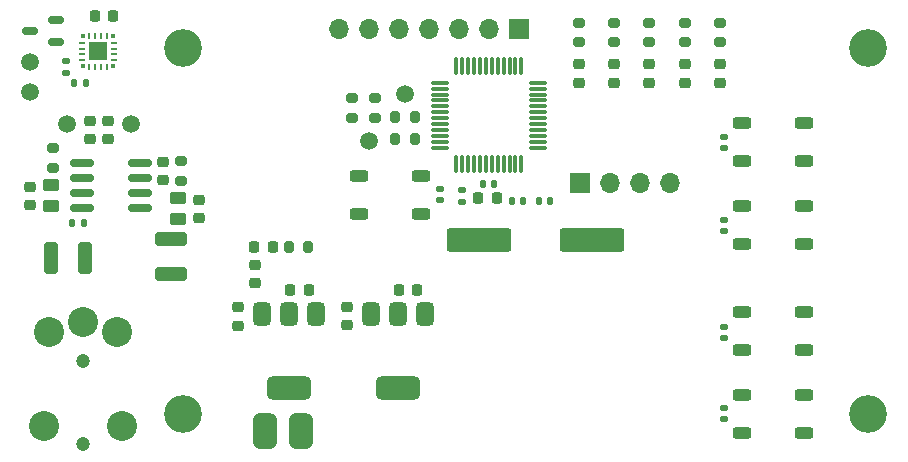
<source format=gts>
G04 #@! TF.GenerationSoftware,KiCad,Pcbnew,9.0.0*
G04 #@! TF.CreationDate,2025-08-07T23:08:42-07:00*
G04 #@! TF.ProjectId,pocket_radio_v3,706f636b-6574-45f7-9261-64696f5f7633,rev?*
G04 #@! TF.SameCoordinates,Original*
G04 #@! TF.FileFunction,Soldermask,Top*
G04 #@! TF.FilePolarity,Negative*
%FSLAX46Y46*%
G04 Gerber Fmt 4.6, Leading zero omitted, Abs format (unit mm)*
G04 Created by KiCad (PCBNEW 9.0.0) date 2025-08-07 23:08:42*
%MOMM*%
%LPD*%
G01*
G04 APERTURE LIST*
G04 Aperture macros list*
%AMRoundRect*
0 Rectangle with rounded corners*
0 $1 Rounding radius*
0 $2 $3 $4 $5 $6 $7 $8 $9 X,Y pos of 4 corners*
0 Add a 4 corners polygon primitive as box body*
4,1,4,$2,$3,$4,$5,$6,$7,$8,$9,$2,$3,0*
0 Add four circle primitives for the rounded corners*
1,1,$1+$1,$2,$3*
1,1,$1+$1,$4,$5*
1,1,$1+$1,$6,$7*
1,1,$1+$1,$8,$9*
0 Add four rect primitives between the rounded corners*
20,1,$1+$1,$2,$3,$4,$5,0*
20,1,$1+$1,$4,$5,$6,$7,0*
20,1,$1+$1,$6,$7,$8,$9,0*
20,1,$1+$1,$8,$9,$2,$3,0*%
G04 Aperture macros list end*
%ADD10RoundRect,0.200000X-0.200000X-0.275000X0.200000X-0.275000X0.200000X0.275000X-0.200000X0.275000X0*%
%ADD11RoundRect,0.200000X0.275000X-0.200000X0.275000X0.200000X-0.275000X0.200000X-0.275000X-0.200000X0*%
%ADD12RoundRect,0.140000X-0.170000X0.140000X-0.170000X-0.140000X0.170000X-0.140000X0.170000X0.140000X0*%
%ADD13R,1.700000X1.700000*%
%ADD14O,1.700000X1.700000*%
%ADD15RoundRect,0.150000X0.825000X0.150000X-0.825000X0.150000X-0.825000X-0.150000X0.825000X-0.150000X0*%
%ADD16RoundRect,0.250000X0.325000X1.100000X-0.325000X1.100000X-0.325000X-1.100000X0.325000X-1.100000X0*%
%ADD17RoundRect,0.150000X0.512500X0.150000X-0.512500X0.150000X-0.512500X-0.150000X0.512500X-0.150000X0*%
%ADD18RoundRect,0.200000X-0.275000X0.200000X-0.275000X-0.200000X0.275000X-0.200000X0.275000X0.200000X0*%
%ADD19C,3.200000*%
%ADD20RoundRect,0.500000X-0.500000X-1.000000X0.500000X-1.000000X0.500000X1.000000X-0.500000X1.000000X0*%
%ADD21RoundRect,0.300000X2.450000X0.700000X-2.450000X0.700000X-2.450000X-0.700000X2.450000X-0.700000X0*%
%ADD22RoundRect,0.140000X-0.140000X-0.170000X0.140000X-0.170000X0.140000X0.170000X-0.140000X0.170000X0*%
%ADD23RoundRect,0.250000X-0.525000X-0.250000X0.525000X-0.250000X0.525000X0.250000X-0.525000X0.250000X0*%
%ADD24RoundRect,0.218750X-0.256250X0.218750X-0.256250X-0.218750X0.256250X-0.218750X0.256250X0.218750X0*%
%ADD25RoundRect,0.250000X0.450000X-0.262500X0.450000X0.262500X-0.450000X0.262500X-0.450000X-0.262500X0*%
%ADD26RoundRect,0.250000X0.525000X0.250000X-0.525000X0.250000X-0.525000X-0.250000X0.525000X-0.250000X0*%
%ADD27R,0.340000X0.340000*%
%ADD28R,0.280000X0.610000*%
%ADD29R,0.610000X0.280000*%
%ADD30R,1.600000X1.600000*%
%ADD31RoundRect,0.250000X1.100000X-0.325000X1.100000X0.325000X-1.100000X0.325000X-1.100000X-0.325000X0*%
%ADD32RoundRect,0.218750X0.256250X-0.218750X0.256250X0.218750X-0.256250X0.218750X-0.256250X-0.218750X0*%
%ADD33RoundRect,0.225000X-0.250000X0.225000X-0.250000X-0.225000X0.250000X-0.225000X0.250000X0.225000X0*%
%ADD34RoundRect,0.375000X-0.375000X0.625000X-0.375000X-0.625000X0.375000X-0.625000X0.375000X0.625000X0*%
%ADD35RoundRect,0.500000X-1.400000X0.500000X-1.400000X-0.500000X1.400000X-0.500000X1.400000X0.500000X0*%
%ADD36RoundRect,0.225000X-0.225000X-0.250000X0.225000X-0.250000X0.225000X0.250000X-0.225000X0.250000X0*%
%ADD37RoundRect,0.225000X0.250000X-0.225000X0.250000X0.225000X-0.250000X0.225000X-0.250000X-0.225000X0*%
%ADD38RoundRect,0.218750X-0.218750X-0.256250X0.218750X-0.256250X0.218750X0.256250X-0.218750X0.256250X0*%
%ADD39C,1.500000*%
%ADD40C,1.200000*%
%ADD41C,2.540000*%
%ADD42RoundRect,0.140000X0.140000X0.170000X-0.140000X0.170000X-0.140000X-0.170000X0.140000X-0.170000X0*%
%ADD43RoundRect,0.200000X0.200000X0.275000X-0.200000X0.275000X-0.200000X-0.275000X0.200000X-0.275000X0*%
%ADD44RoundRect,0.075000X0.075000X-0.662500X0.075000X0.662500X-0.075000X0.662500X-0.075000X-0.662500X0*%
%ADD45RoundRect,0.075000X0.662500X-0.075000X0.662500X0.075000X-0.662500X0.075000X-0.662500X-0.075000X0*%
G04 APERTURE END LIST*
D10*
X135000000Y-84693095D03*
X136650000Y-84693095D03*
D11*
X106020000Y-87118095D03*
X106020000Y-85468095D03*
D12*
X162800000Y-107438095D03*
X162800000Y-108398095D03*
D13*
X145500000Y-75368095D03*
D14*
X142960000Y-75368095D03*
X140420000Y-75368095D03*
X137880000Y-75368095D03*
X135340000Y-75368095D03*
X132800000Y-75368095D03*
X130260000Y-75368095D03*
D15*
X113400000Y-90508095D03*
X113400000Y-89238095D03*
X113400000Y-87968095D03*
X113400000Y-86698095D03*
X108450000Y-86698095D03*
X108450000Y-87968095D03*
X108450000Y-89238095D03*
X108450000Y-90508095D03*
D16*
X108750000Y-94718095D03*
X105800000Y-94718095D03*
D12*
X162800000Y-100563095D03*
X162800000Y-101523095D03*
D17*
X106300000Y-76468095D03*
X106300000Y-74568095D03*
X104025000Y-75518095D03*
D18*
X159500000Y-74818095D03*
X159500000Y-76468095D03*
D19*
X117000000Y-76968095D03*
D20*
X123975000Y-109393095D03*
X126975000Y-109393095D03*
D21*
X151600000Y-93218095D03*
X142100000Y-93218095D03*
D22*
X147120000Y-89968095D03*
X148080000Y-89968095D03*
D11*
X116850000Y-88218095D03*
X116850000Y-86568095D03*
D23*
X164375000Y-106368095D03*
X169625000Y-106368095D03*
X164375000Y-109568095D03*
X169625000Y-109568095D03*
D13*
X150660000Y-88418095D03*
D14*
X153200000Y-88418095D03*
X155740000Y-88418095D03*
X158280000Y-88418095D03*
D24*
X162500000Y-78355595D03*
X162500000Y-79930595D03*
D25*
X116625000Y-91480595D03*
X116625000Y-89655595D03*
D26*
X137194811Y-91007826D03*
X131944811Y-91007826D03*
X137194811Y-87807826D03*
X131944811Y-87807826D03*
D11*
X131300000Y-82868095D03*
X131300000Y-81218095D03*
D25*
X105795000Y-90380595D03*
X105795000Y-88555595D03*
D27*
X111080000Y-75998095D03*
D28*
X110560000Y-75918095D03*
X110060000Y-75918095D03*
X109560000Y-75918095D03*
X109060000Y-75918095D03*
D27*
X108540000Y-75998095D03*
D29*
X108460000Y-76518095D03*
X108460000Y-77018095D03*
X108460000Y-77518095D03*
X108460000Y-78018095D03*
D27*
X108540000Y-78538095D03*
D28*
X109060000Y-78618095D03*
X109560000Y-78618095D03*
X110060000Y-78618095D03*
X110560000Y-78618095D03*
D27*
X111080000Y-78538095D03*
D29*
X111160000Y-78018095D03*
X111160000Y-77518095D03*
X111160000Y-77018095D03*
X111160000Y-76518095D03*
D30*
X109810000Y-77268095D03*
D18*
X156500000Y-74818095D03*
X156500000Y-76468095D03*
D24*
X159500000Y-78355595D03*
X159500000Y-79930595D03*
D31*
X116000000Y-96068095D03*
X116000000Y-93118095D03*
D18*
X162500000Y-74818095D03*
X162500000Y-76468095D03*
D24*
X153500000Y-78355595D03*
X153500000Y-79930595D03*
D12*
X140675000Y-89018095D03*
X140675000Y-89978095D03*
D32*
X123075000Y-96893095D03*
X123075000Y-95318095D03*
D33*
X130861633Y-98908240D03*
X130861633Y-100458240D03*
D34*
X137511633Y-99458240D03*
X135211633Y-99458240D03*
D35*
X135211633Y-105758240D03*
D34*
X132911633Y-99458240D03*
D36*
X142025000Y-89693095D03*
X143575000Y-89693095D03*
D37*
X110644782Y-84669224D03*
X110644782Y-83119224D03*
X104095000Y-90255595D03*
X104095000Y-88705595D03*
D12*
X162800000Y-91508095D03*
X162800000Y-92468095D03*
D23*
X164375000Y-99368095D03*
X169625000Y-99368095D03*
X164375000Y-102568095D03*
X169625000Y-102568095D03*
D33*
X121650000Y-98943095D03*
X121650000Y-100493095D03*
D38*
X109525000Y-74268095D03*
X111100000Y-74268095D03*
D18*
X150500000Y-74818095D03*
X150500000Y-76468095D03*
D37*
X118350000Y-91393095D03*
X118350000Y-89843095D03*
D12*
X138744811Y-88902826D03*
X138744811Y-89862826D03*
D23*
X164375000Y-83343095D03*
X169625000Y-83343095D03*
X164375000Y-86543095D03*
X169625000Y-86543095D03*
D22*
X142420000Y-88493095D03*
X143380000Y-88493095D03*
D12*
X162800000Y-84493095D03*
X162800000Y-85453095D03*
D19*
X175000000Y-76968095D03*
D39*
X132750000Y-84818095D03*
D24*
X150500000Y-78355595D03*
X150500000Y-79930595D03*
D23*
X164375000Y-90368095D03*
X169625000Y-90368095D03*
X164375000Y-93568095D03*
X169625000Y-93568095D03*
D19*
X117000000Y-107968095D03*
D24*
X156500000Y-78355595D03*
X156500000Y-79930595D03*
D40*
X108550000Y-110493095D03*
X108550000Y-103493095D03*
D41*
X108550000Y-100193095D03*
X105700000Y-100993095D03*
X111400000Y-100993095D03*
X105250000Y-108993095D03*
X111850000Y-108993095D03*
D11*
X133250000Y-82868095D03*
X133250000Y-81218095D03*
D19*
X175000000Y-107968095D03*
D42*
X145805000Y-89968095D03*
X144845000Y-89968095D03*
D39*
X107175000Y-83443095D03*
D36*
X135311633Y-97458240D03*
X136861633Y-97458240D03*
X126100000Y-97468095D03*
X127650000Y-97468095D03*
D39*
X112650000Y-83368095D03*
D12*
X107130000Y-78108095D03*
X107130000Y-79068095D03*
D39*
X135850000Y-80843095D03*
D22*
X107650000Y-91793095D03*
X108610000Y-91793095D03*
D34*
X128275000Y-99493095D03*
X125975000Y-99493095D03*
D35*
X125975000Y-105793095D03*
D34*
X123675000Y-99493095D03*
D42*
X108785000Y-79968095D03*
X107825000Y-79968095D03*
D43*
X127625000Y-93843095D03*
X125975000Y-93843095D03*
D10*
X134975000Y-82818095D03*
X136625000Y-82818095D03*
D39*
X104100000Y-78193095D03*
X104100000Y-80733095D03*
D37*
X115350000Y-88168095D03*
X115350000Y-86618095D03*
D18*
X153500000Y-74818095D03*
X153500000Y-76468095D03*
D44*
X140162500Y-86830595D03*
X140662500Y-86830595D03*
X141162500Y-86830595D03*
X141662500Y-86830595D03*
X142162500Y-86830595D03*
X142662500Y-86830595D03*
X143162500Y-86830595D03*
X143662500Y-86830595D03*
X144162500Y-86830595D03*
X144662500Y-86830595D03*
X145162500Y-86830595D03*
X145662500Y-86830595D03*
D45*
X147075000Y-85418095D03*
X147075000Y-84918095D03*
X147075000Y-84418095D03*
X147075000Y-83918095D03*
X147075000Y-83418095D03*
X147075000Y-82918095D03*
X147075000Y-82418095D03*
X147075000Y-81918095D03*
X147075000Y-81418095D03*
X147075000Y-80918095D03*
X147075000Y-80418095D03*
X147075000Y-79918095D03*
D44*
X145662500Y-78505595D03*
X145162500Y-78505595D03*
X144662500Y-78505595D03*
X144162500Y-78505595D03*
X143662500Y-78505595D03*
X143162500Y-78505595D03*
X142662500Y-78505595D03*
X142162500Y-78505595D03*
X141662500Y-78505595D03*
X141162500Y-78505595D03*
X140662500Y-78505595D03*
X140162500Y-78505595D03*
D45*
X138750000Y-79918095D03*
X138750000Y-80418095D03*
X138750000Y-80918095D03*
X138750000Y-81418095D03*
X138750000Y-81918095D03*
X138750000Y-82418095D03*
X138750000Y-82918095D03*
X138750000Y-83418095D03*
X138750000Y-83918095D03*
X138750000Y-84418095D03*
X138750000Y-84918095D03*
X138750000Y-85418095D03*
D37*
X109169782Y-84669224D03*
X109169782Y-83119224D03*
D36*
X123050000Y-93843095D03*
X124600000Y-93843095D03*
M02*

</source>
